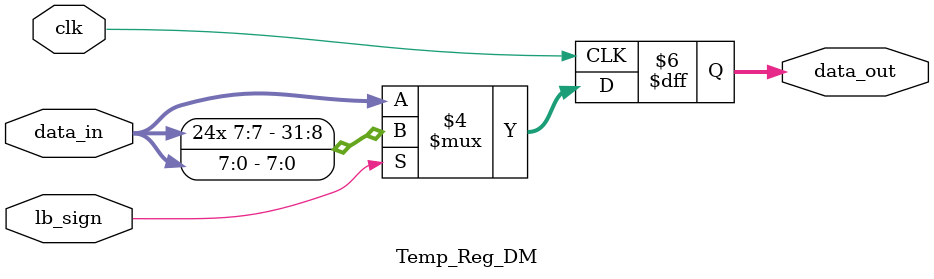
<source format=v>
`timescale 1ns / 1ps
module Temp_Reg_DM(
    input clk,
    input lb_sign,
    input [31:0]data_in,

    output reg [31:0]data_out
);
    reg lb_pos;

    always@(posedge clk)
    begin
        if(!lb_sign) data_out<=data_in;
        else data_out<={ {24{data_in[7]}}  , data_in[7:0] };
    end


endmodule
</source>
